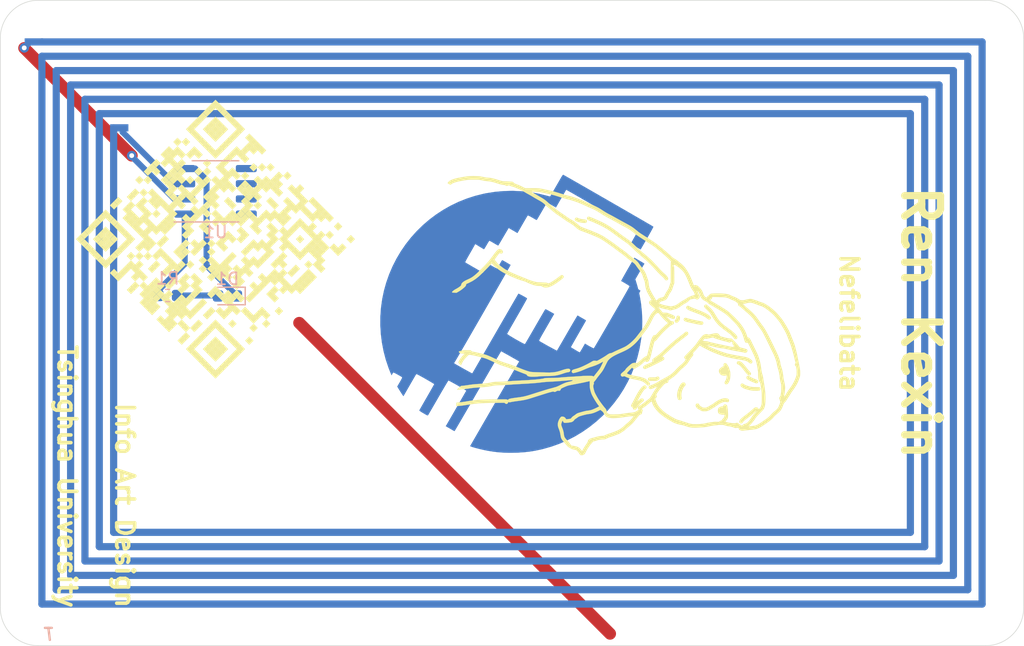
<source format=kicad_pcb>
(kicad_pcb (version 20171130) (host pcbnew "(5.1.9)-1")
  (layers (0 F.Cu signal) (31 B.Cu signal) (34 B.Paste user) (35 F.Paste user) (36 B.SilkS user) (37 F.SilkS user) (38 B.Mask user) (39 F.Mask user) (44 Edge.Cuts user))
  (net 0 "")
  (net 1 "Net-(AE1-Pad2)")
  (net 2 GND)
  (net 3 "Net-(D1-Pad2)")
  (net 4 +3V3)
  (net 5 "Net-(AE1-Pad1)")
  (net 6 "Net-(U1-Pad8)")
  (net 7 "Net-(U1-Pad7)")
  (net 8 "Net-(U1-Pad6)")
  (net 9 "Net-(U1-Pad5)")
  (module Avatars:3任可欣 (layer F.Cu) (at 150.44 73.01 270)
    (fp_text reference G*** hide)
    (fp_text value LOGO hide)
  )
  (module Card:FutureInteractionDisconnect (layer B.Cu) (at 142.8 73.01)
    (fp_text reference G*** hide)
    (fp_text value LOGO hide)
    (fp_poly (pts (xy 0.476798 10.843159) (xy 0.984689 10.811521) (xy 1.474558 10.756716) (xy 1.960792 10.677047) (xy 2.457777 10.570817) (xy 2.578206 10.541687) (xy 3.286119 10.341214) (xy 3.97344 10.095386) (xy 4.638474 9.805974) (xy 5.279524 9.474753) (xy 5.894894 9.103496) (xy 6.482888 8.693976) (xy 7.04181 8.247968) (xy 7.569964 7.767244) (xy 8.065655 7.253579) (xy 8.527185 6.708745) (xy 8.952859 6.134517) (xy 9.340981 5.532667) (xy 9.689855 4.90497) (xy 9.997785 4.253199) (xy 10.263075 3.579127) (xy 10.484028 2.884529) (xy 10.658949 2.171177) (xy 10.67963 2.0701) (xy 10.801638 1.330457) (xy 10.873378 0.58695) (xy 10.894846 -0.158117) (xy 10.866035 -0.902439) (xy 10.78694 -1.643714) (xy 10.690058 -2.219732) (xy 10.635958 -2.496365) (xy 10.687195 -2.601827) (xy 10.738433 -2.707288) (xy 10.642725 -2.76237) (xy 10.57361 -2.813266) (xy 10.538395 -2.874747) (xy 10.529264 -2.912089) (xy 10.51508 -2.972243) (xy 10.489173 -3.068151) (xy 10.455095 -3.187118) (xy 10.416403 -3.316451) (xy 10.412243 -3.330031) (xy 10.312976 -3.653336) (xy 10.692223 -4.309184) (xy 11.071471 -4.965031) (xy 10.964985 -5.030828) (xy 10.903142 -5.068253) (xy 10.809179 -5.124154) (xy 10.694928 -5.191533) (xy 10.57222 -5.263392) (xy 10.547784 -5.277639) (xy 10.237069 -5.458652) (xy 10.137689 -5.288376) (xy 9.967675 -4.996343) (xy 9.808924 -4.722203) (xy 9.66303 -4.468783) (xy 9.531585 -4.23891) (xy 9.416183 -4.03541) (xy 9.318418 -3.861108) (xy 9.239884 -3.718833) (xy 9.182173 -3.61141) (xy 9.146879 -3.541665) (xy 9.135596 -3.512425) (xy 9.136046 -3.511716) (xy 9.164063 -3.496979) (xy 9.227852 -3.461062) (xy 9.3194 -3.408548) (xy 9.430696 -3.344018) (xy 9.4996 -3.303792) (xy 9.637811 -3.221258) (xy 9.735593 -3.15862) (xy 9.797636 -3.112437) (xy 9.828633 -3.079266) (xy 9.834027 -3.058465) (xy 9.820177 -3.029499) (xy 9.782837 -2.960241) (xy 9.723931 -2.854025) (xy 9.645384 -2.714183) (xy 9.549119 -2.544049) (xy 9.437062 -2.346956) (xy 9.311138 -2.126238) (xy 9.173271 -1.885229) (xy 9.025385 -1.62726) (xy 8.869405 -1.355667) (xy 8.707256 -1.073782) (xy 8.540863 -0.784938) (xy 8.372149 -0.49247) (xy 8.20304 -0.199709) (xy 8.03546 0.090009) (xy 7.871334 0.373352) (xy 7.712586 0.646987) (xy 7.561141 0.907579) (xy 7.418924 1.151796) (xy 7.287859 1.376305) (xy 7.16987 1.577771) (xy 7.066883 1.752862) (xy 6.980822 1.898244) (xy 6.913611 2.010584) (xy 6.867176 2.086548) (xy 6.84344 2.122803) (xy 6.840974 2.125466) (xy 6.808278 2.117555) (xy 6.738414 2.0862) (xy 6.637449 2.034628) (xy 6.511448 1.966064) (xy 6.36648 1.883737) (xy 6.208612 1.790872) (xy 6.183242 1.77566) (xy 6.105384 1.728857) (xy 5.894063 2.096329) (xy 5.823088 2.218199) (xy 5.760368 2.322976) (xy 5.710386 2.403401) (xy 5.677625 2.452217) (xy 5.667121 2.463723) (xy 5.637825 2.451453) (xy 5.575043 2.418207) (xy 5.487566 2.36919) (xy 5.384183 2.309608) (xy 5.273686 2.244664) (xy 5.164865 2.179564) (xy 5.066509 2.119512) (xy 4.98741 2.069714) (xy 4.936358 2.035373) (xy 4.92158 2.02229) (xy 4.933833 1.99713) (xy 4.969152 1.932263) (xy 5.025133 1.83193) (xy 5.09937 1.700376) (xy 5.189458 1.541844) (xy 5.29299 1.360577) (xy 5.407561 1.160818) (xy 5.530766 0.946812) (xy 5.55997 0.896198) (xy 5.684526 0.680078) (xy 5.80079 0.477699) (xy 5.906391 0.293234) (xy 5.998957 0.130856) (xy 6.076116 -0.00526) (xy 6.135498 -0.110942) (xy 6.17473 -0.182016) (xy 6.191441 -0.214307) (xy 6.191837 -0.215823) (xy 6.169285 -0.229211) (xy 6.111795 -0.262713) (xy 6.028445 -0.311082) (xy 5.928313 -0.369071) (xy 5.820475 -0.43143) (xy 5.714011 -0.492914) (xy 5.617997 -0.548273) (xy 5.541511 -0.592261) (xy 5.493632 -0.61963) (xy 5.483312 -0.625412) (xy 5.468283 -0.605464) (xy 5.430101 -0.545036) (xy 5.370888 -0.447717) (xy 5.292762 -0.317094) (xy 5.197843 -0.156756) (xy 5.088252 0.029711) (xy 4.966108 0.238716) (xy 4.833532 0.466674) (xy 4.692643 0.709995) (xy 4.622009 0.832368) (xy 4.477601 1.082663) (xy 4.340473 1.320067) (xy 4.212756 1.540903) (xy 4.096585 1.741495) (xy 3.994093 1.918167) (xy 3.907414 2.067243) (xy 3.838682 2.185046) (xy 3.790029 2.267902) (xy 3.76359 2.312132) (xy 3.759448 2.318529) (xy 3.735327 2.310133) (xy 3.673365 2.28003) (xy 3.579841 2.231692) (xy 3.461036 2.168593) (xy 3.32323 2.094204) (xy 3.172702 2.011998) (xy 3.015732 1.925448) (xy 2.858599 1.838025) (xy 2.707584 1.753204) (xy 2.568966 1.674455) (xy 2.449025 1.605252) (xy 2.354041 1.549067) (xy 2.290293 1.509373) (xy 2.268843 1.494271) (xy 2.266979 1.47259) (xy 2.284275 1.423159) (xy 2.32229 1.342886) (xy 2.382584 1.228679) (xy 2.466716 1.07745) (xy 2.571794 0.893812) (xy 2.685372 0.697133) (xy 2.81263 0.476767) (xy 2.944466 0.248473) (xy 3.071782 0.028007) (xy 3.185479 -0.168875) (xy 3.215098 -0.220164) (xy 3.525594 -0.757828) (xy 3.167325 -0.963385) (xy 3.0277 -1.042281) (xy 2.925374 -1.096862) (xy 2.854557 -1.129721) (xy 2.809459 -1.14345) (xy 2.784291 -1.140642) (xy 2.779722 -1.13692) (xy 2.762251 -1.109847) (xy 2.721702 -1.042493) (xy 2.660279 -0.938641) (xy 2.580188 -0.802073) (xy 2.483633 -0.63657) (xy 2.372819 -0.445915) (xy 2.249951 -0.233888) (xy 2.117234 -0.004271) (xy 1.976872 0.239154) (xy 1.931765 0.3175) (xy 1.789487 0.564379) (xy 1.654156 0.798552) (xy 1.527975 1.016246) (xy 1.41315 1.21369) (xy 1.311885 1.387112) (xy 1.226383 1.53274) (xy 1.158849 1.646802) (xy 1.111487 1.725526) (xy 1.086501 1.76514) (xy 1.083621 1.768911) (xy 1.054992 1.764093) (xy 0.989356 1.736223) (xy 0.892961 1.688891) (xy 0.772051 1.625688) (xy 0.632874 1.550206) (xy 0.481675 1.466035) (xy 0.324701 1.376766) (xy 0.168198 1.285989) (xy 0.018412 1.197296) (xy -0.118411 1.114277) (xy -0.236023 1.040523) (xy -0.32818 0.979625) (xy -0.388635 0.935174) (xy -0.411141 0.91076) (xy -0.411087 0.909645) (xy -0.397314 0.882444) (xy -0.360221 0.815008) (xy -0.301931 0.711067) (xy -0.22457 0.574353) (xy -0.130263 0.408597) (xy -0.021134 0.217531) (xy 0.100691 0.004887) (xy 0.233087 -0.225605) (xy 0.37393 -0.470213) (xy 0.435504 -0.576974) (xy 0.578763 -0.825951) (xy 0.713878 -1.062143) (xy 0.838786 -1.281859) (xy 0.951428 -1.481408) (xy 1.049742 -1.657099) (xy 1.131668 -1.805241) (xy 1.195145 -1.922143) (xy 1.238112 -2.004114) (xy 1.258508 -2.047464) (xy 1.259813 -2.053333) (xy 1.230636 -2.078021) (xy 1.167549 -2.119077) (xy 1.07968 -2.171534) (xy 0.976157 -2.23043) (xy 0.866109 -2.290799) (xy 0.758664 -2.347679) (xy 0.66295 -2.396104) (xy 0.588097 -2.43111) (xy 0.543232 -2.447734) (xy 0.534867 -2.447568) (xy 0.520172 -2.423431) (xy 0.481517 -2.3577) (xy 0.420304 -2.252797) (xy 0.337934 -2.111144) (xy 0.235808 -1.935163) (xy 0.115329 -1.727276) (xy -0.022102 -1.489904) (xy -0.175083 -1.225471) (xy -0.342214 -0.936399) (xy -0.522091 -0.625108) (xy -0.713315 -0.294021) (xy -0.914482 0.054439) (xy -1.124192 0.417851) (xy -1.341043 0.793792) (xy -1.395948 0.889) (xy -1.614299 1.26758) (xy -1.825822 1.634169) (xy -2.02912 1.986351) (xy -2.222792 2.321708) (xy -2.405442 2.637825) (xy -2.575668 2.932284) (xy -2.732075 3.202668) (xy -2.873262 3.446561) (xy -2.99783 3.661546) (xy -3.104383 3.845206) (xy -3.19152 3.995124) (xy -3.257843 4.108884) (xy -3.301953 4.184069) (xy -3.322453 4.218262) (xy -3.323727 4.220125) (xy -3.347562 4.21091) (xy -3.409249 4.179884) (xy -3.502578 4.13052) (xy -3.62134 4.066293) (xy -3.759327 3.990676) (xy -3.910329 3.907143) (xy -4.068139 3.819169) (xy -4.226546 3.730228) (xy -4.379343 3.643793) (xy -4.520319 3.563339) (xy -4.643268 3.492339) (xy -4.741979 3.434268) (xy -4.810243 3.392599) (xy -4.841853 3.370808) (xy -4.842135 3.370533) (xy -4.838087 3.343162) (xy -4.810259 3.29385) (xy -4.80401 3.284947) (xy -4.780083 3.247421) (xy -4.733048 3.169482) (xy -4.664429 3.053775) (xy -4.575747 2.902948) (xy -4.468526 2.719647) (xy -4.344288 2.506516) (xy -4.204555 2.266204) (xy -4.05085 2.001354) (xy -3.884696 1.714615) (xy -3.707615 1.408631) (xy -3.52113 1.086049) (xy -3.326763 0.749515) (xy -3.126037 0.401675) (xy -2.920474 0.045176) (xy -2.711598 -0.317338) (xy -2.50093 -0.683219) (xy -2.289994 -1.049821) (xy -2.080311 -1.414499) (xy -1.873405 -1.774607) (xy -1.670798 -2.127497) (xy -1.474012 -2.470525) (xy -1.28457 -2.801044) (xy -1.103995 -3.116407) (xy -0.93381 -3.41397) (xy -0.775536 -3.691085) (xy -0.630696 -3.945107) (xy -0.500814 -4.173389) (xy -0.387411 -4.373286) (xy -0.29201 -4.542152) (xy -0.216134 -4.677339) (xy -0.161306 -4.776203) (xy -0.129047 -4.836097) (xy -0.12055 -4.854481) (xy -0.148094 -4.872927) (xy -0.20966 -4.910308) (xy -0.296 -4.96131) (xy -0.397867 -5.020616) (xy -0.506014 -5.08291) (xy -0.611194 -5.142878) (xy -0.70416 -5.195204) (xy -0.775665 -5.234572) (xy -0.816461 -5.255667) (xy -0.822178 -5.2578) (xy -0.838059 -5.236966) (xy -0.874508 -5.179447) (xy -0.926976 -5.092712) (xy -0.990913 -4.984229) (xy -1.032724 -4.912095) (xy -1.102552 -4.79303) (xy -1.165122 -4.690318) (xy -1.215493 -4.611763) (xy -1.248727 -4.565171) (xy -1.258171 -4.55588) (xy -1.288054 -4.564389) (xy -1.35364 -4.59469) (xy -1.446906 -4.642711) (xy -1.559832 -4.70438) (xy -1.637655 -4.748519) (xy -1.990869 -4.951668) (xy -2.149317 -4.679284) (xy -2.217631 -4.562121) (xy -2.283393 -4.449812) (xy -2.338709 -4.355815) (xy -2.373162 -4.297784) (xy -2.438558 -4.188668) (xy -2.546429 -4.262275) (xy -2.597072 -4.294445) (xy -2.684832 -4.3476) (xy -2.80268 -4.417593) (xy -2.943589 -4.500277) (xy -3.100528 -4.591503) (xy -3.2639 -4.68565) (xy -3.424814 -4.778382) (xy -3.572138 -4.864052) (xy -3.699845 -4.939097) (xy -3.80191 -4.999949) (xy -3.872307 -5.043043) (xy -3.90501 -5.064814) (xy -3.905734 -5.065449) (xy -3.910202 -5.082339) (xy -3.901796 -5.116628) (xy -3.878477 -5.17232) (xy -3.838203 -5.25342) (xy -3.778934 -5.363933) (xy -3.698629 -5.507865) (xy -3.595247 -5.68922) (xy -3.531084 -5.800695) (xy -3.432139 -5.972688) (xy -3.341858 -6.130582) (xy -3.263264 -6.269015) (xy -3.19938 -6.382622) (xy -3.153231 -6.466041) (xy -3.127838 -6.513907) (xy -3.123812 -6.523205) (xy -3.111402 -6.557575) (xy -3.100951 -6.57599) (xy -3.080344 -6.590961) (xy -3.043599 -6.583451) (xy -2.980525 -6.550329) (xy -2.942589 -6.52732) (xy -2.749686 -6.408294) (xy -2.597127 -6.315195) (xy -2.482465 -6.246571) (xy -2.403252 -6.200974) (xy -2.357039 -6.176953) (xy -2.343024 -6.1722) (xy -2.324092 -6.193152) (xy -2.285107 -6.251056) (xy -2.230736 -6.338485) (xy -2.165646 -6.448011) (xy -2.120011 -6.527164) (xy -2.050271 -6.647126) (xy -1.987949 -6.749842) (xy -1.937776 -6.827859) (xy -1.904486 -6.873724) (xy -1.894188 -6.882764) (xy -1.865233 -6.870804) (xy -1.800524 -6.837362) (xy -1.708056 -6.786776) (xy -1.595824 -6.723386) (xy -1.520929 -6.6802) (xy -1.401491 -6.611244) (xy -1.297982 -6.552313) (xy -1.218106 -6.507727) (xy -1.169566 -6.481804) (xy -1.158573 -6.477) (xy -1.141528 -6.497567) (xy -1.104805 -6.553403) (xy -1.053996 -6.635708) (xy -1.001138 -6.72465) (xy -0.943078 -6.823665) (xy -0.865712 -6.955218) (xy -0.775624 -7.108136) (xy -0.679395 -7.271248) (xy -0.583609 -7.433381) (xy -0.567759 -7.460184) (xy -0.279207 -7.948068) (xy 0.455887 -7.523734) (xy 0.866825 -8.238617) (xy 0.967402 -8.413009) (xy 1.060911 -8.574047) (xy 1.144103 -8.716219) (xy 1.213727 -8.834015) (xy 1.266536 -8.921926) (xy 1.299281 -8.974441) (xy 1.307807 -8.986519) (xy 1.327383 -8.994683) (xy 1.363309 -8.987875) (xy 1.421643 -8.963388) (xy 1.508445 -8.918513) (xy 1.629772 -8.850544) (xy 1.691276 -8.815157) (xy 1.811773 -8.746037) (xy 1.916721 -8.6869) (xy 1.998341 -8.642044) (xy 2.048855 -8.615768) (xy 2.061268 -8.610688) (xy 2.077453 -8.631871) (xy 2.115688 -8.692012) (xy 2.172874 -8.78593) (xy 2.245914 -8.908443) (xy 2.331708 -9.054371) (xy 2.427158 -9.218533) (xy 2.490374 -9.32815) (xy 2.590527 -9.502048) (xy 2.682946 -9.661936) (xy 2.764507 -9.802454) (xy 2.832086 -9.918243) (xy 2.88256 -10.003945) (xy 2.912803 -10.054199) (xy 2.919983 -10.065158) (xy 2.946486 -10.059565) (xy 3.009077 -10.031782) (xy 3.100194 -9.985601) (xy 3.212271 -9.924811) (xy 3.304985 -9.872229) (xy 3.672914 -9.659841) (xy 4.531862 -11.148983) (xy 4.647181 -11.084657) (xy 4.745495 -11.029327) (xy 4.878742 -10.953582) (xy 5.043824 -10.85922) (xy 5.237643 -10.74804) (xy 5.4571 -10.62184) (xy 5.699097 -10.482418) (xy 5.960536 -10.331574) (xy 6.238318 -10.171106) (xy 6.529346 -10.002811) (xy 6.830521 -9.82849) (xy 7.138744 -9.64994) (xy 7.450919 -9.468959) (xy 7.763945 -9.287347) (xy 8.074726 -9.106902) (xy 8.380163 -8.929423) (xy 8.677157 -8.756707) (xy 8.962611 -8.590554) (xy 9.233426 -8.432762) (xy 9.486504 -8.28513) (xy 9.718747 -8.149456) (xy 9.927056 -8.027539) (xy 10.108334 -7.921176) (xy 10.259481 -7.832168) (xy 10.377401 -7.762312) (xy 10.458993 -7.713406) (xy 10.501161 -7.68725) (xy 10.506485 -7.683316) (xy 10.497286 -7.654357) (xy 10.46572 -7.588192) (xy 10.415246 -7.49136) (xy 10.349323 -7.3704) (xy 10.271409 -7.231851) (xy 10.224413 -7.150028) (xy 10.141958 -7.005108) (xy 10.070332 -6.874558) (xy 10.012842 -6.7648) (xy 9.972795 -6.682257) (xy 9.9535 -6.63335) (xy 9.953021 -6.623018) (xy 9.980019 -6.604656) (xy 10.041235 -6.567003) (xy 10.128288 -6.514927) (xy 10.232797 -6.453294) (xy 10.346382 -6.386968) (xy 10.460661 -6.320818) (xy 10.567255 -6.259708) (xy 10.657782 -6.208505) (xy 10.723862 -6.172076) (xy 10.757113 -6.155285) (xy 10.759427 -6.154793) (xy 10.772426 -6.177069) (xy 10.808159 -6.238814) (xy 10.864001 -6.335479) (xy 10.937327 -6.462514) (xy 11.025512 -6.615372) (xy 11.12593 -6.789503) (xy 11.235957 -6.980358) (xy 11.302268 -7.095411) (xy 11.424496 -7.308908) (xy 11.534096 -7.503137) (xy 11.62898 -7.674229) (xy 11.707058 -7.818311) (xy 11.766244 -7.931512) (xy 11.804449 -8.009962) (xy 11.819584 -8.049789) (xy 11.819201 -8.053758) (xy 11.793341 -8.070444) (xy 11.726342 -8.110703) (xy 11.620964 -8.172945) (xy 11.479967 -8.255581) (xy 11.306114 -8.35702) (xy 11.102164 -8.475674) (xy 10.870878 -8.609951) (xy 10.615018 -8.758263) (xy 10.337343 -8.91902) (xy 10.040614 -9.090632) (xy 9.727593 -9.27151) (xy 9.40104 -9.460063) (xy 9.063716 -9.654702) (xy 8.718381 -9.853837) (xy 8.367797 -10.055878) (xy 8.014724 -10.259236) (xy 7.661922 -10.462322) (xy 7.312153 -10.663544) (xy 6.968178 -10.861314) (xy 6.632756 -11.054042) (xy 6.30865 -11.240138) (xy 5.998619 -11.418012) (xy 5.705424 -11.586075) (xy 5.431827 -11.742737) (xy 5.180587 -11.886409) (xy 4.954466 -12.015499) (xy 4.756225 -12.12842) (xy 4.588623 -12.22358) (xy 4.454423 -12.299391) (xy 4.356384 -12.354262) (xy 4.297268 -12.386604) (xy 4.279741 -12.3952) (xy 4.250856 -12.374613) (xy 4.20655 -12.320076) (xy 4.155381 -12.242424) (xy 4.144306 -12.22375) (xy 4.10714 -12.159655) (xy 4.048542 -12.058342) (xy 3.972437 -11.92661) (xy 3.882752 -11.771259) (xy 3.783412 -11.599088) (xy 3.678343 -11.416897) (xy 3.620006 -11.3157) (xy 3.518863 -11.140318) (xy 3.426042 -10.979555) (xy 3.344523 -10.838554) (xy 3.277283 -10.722459) (xy 3.227302 -10.636417) (xy 3.197559 -10.58557) (xy 3.190352 -10.573648) (xy 3.16546 -10.578053) (xy 3.100997 -10.593975) (xy 3.006248 -10.619014) (xy 2.890498 -10.650768) (xy 2.868982 -10.656778) (xy 2.179465 -10.824098) (xy 1.473229 -10.945348) (xy 0.755268 -11.020388) (xy 0.030576 -11.049075) (xy -0.695852 -11.031266) (xy -1.419022 -10.966818) (xy -2.13394 -10.85559) (xy -2.377149 -10.806469) (xy -3.091019 -10.628093) (xy -3.78564 -10.403717) (xy -4.459279 -10.135027) (xy -5.110204 -9.823706) (xy -5.73668 -9.47144) (xy -6.336975 -9.079914) (xy -6.909355 -8.650813) (xy -7.452089 -8.185823) (xy -7.963441 -7.686626) (xy -8.44168 -7.15491) (xy -8.885073 -6.592358) (xy -9.291885 -6.000657) (xy -9.660384 -5.381489) (xy -9.988838 -4.736542) (xy -10.275512 -4.067499) (xy -10.518674 -3.376045) (xy -10.705417 -2.709609) (xy -10.855206 -1.996713) (xy -10.956265 -1.273971) (xy -11.008864 -0.544935) (xy -11.013276 0.186843) (xy -10.96977 0.917811) (xy -10.878618 1.644416) (xy -10.740092 2.363108) (xy -10.554461 3.070334) (xy -10.321997 3.762541) (xy -10.185078 4.109643) (xy -10.07652 4.371185) (xy -10.014684 4.26232) (xy -9.973392 4.195385) (xy -9.938334 4.148296) (xy -9.926474 4.137155) (xy -9.897913 4.144185) (xy -9.834872 4.172127) (xy -9.746552 4.215965) (xy -9.642155 4.270678) (xy -9.530883 4.331248) (xy -9.421938 4.392656) (xy -9.324521 4.449883) (xy -9.247835 4.497909) (xy -9.201081 4.531717) (xy -9.198038 4.534467) (xy -9.188641 4.552931) (xy -9.192238 4.584273) (xy -9.211619 4.634749) (xy -9.249572 4.710616) (xy -9.30889 4.818128) (xy -9.379424 4.941202) (xy -9.595673 5.315065) (xy -9.542201 5.407083) (xy -9.495868 5.484434) (xy -9.433425 5.585479) (xy -9.362038 5.698978) (xy -9.288871 5.813695) (xy -9.22109 5.918392) (xy -9.16586 6.001832) (xy -9.1313 6.051501) (xy -9.0805 6.119745) (xy -8.560943 5.216605) (xy -8.447866 5.020317) (xy -8.341986 4.837045) (xy -8.246126 4.671634) (xy -8.163107 4.52893) (xy -8.09575 4.41378) (xy -8.046879 4.33103) (xy -8.019314 4.285524) (xy -8.014843 4.27878) (xy -7.999627 4.273543) (xy -7.967701 4.280546) (xy -7.915107 4.30179) (xy -7.837885 4.339275) (xy -7.732077 4.395003) (xy -7.593726 4.470975) (xy -7.418872 4.569192) (xy -7.24535 4.667806) (xy -7.069041 4.768995) (xy -6.907678 4.862832) (xy -6.766374 4.946249) (xy -6.650242 5.016177) (xy -6.564394 5.069546) (xy -6.513942 5.103289) (xy -6.5024 5.113779) (xy -6.514744 5.139551) (xy -6.550146 5.204943) (xy -6.606162 5.305639) (xy -6.68035 5.437321) (xy -6.770267 5.595674) (xy -6.873469 5.776382) (xy -6.987512 5.975129) (xy -7.109955 6.187599) (xy -7.124863 6.213408) (xy -7.248334 6.427429) (xy -7.363912 6.628381) (xy -7.469126 6.811922) (xy -7.561504 6.973712) (xy -7.638573 7.109408) (xy -7.697861 7.214669) (xy -7.736897 7.285154) (xy -7.753209 7.316522) (xy -7.753513 7.317416) (xy -7.734805 7.33856) (xy -7.679116 7.379844) (xy -7.593686 7.436403) (xy -7.485756 7.503373) (xy -7.407105 7.550102) (xy -7.273259 7.627504) (xy -7.176164 7.68116) (xy -7.109295 7.713926) (xy -7.066124 7.728655) (xy -7.040125 7.728203) (xy -7.025798 7.716885) (xy -7.008417 7.68856) (xy -6.967898 7.620001) (xy -6.906444 7.515003) (xy -6.826258 7.377358) (xy -6.729543 7.210863) (xy -6.618502 7.01931) (xy -6.495339 6.806494) (xy -6.362256 6.576208) (xy -6.221456 6.332248) (xy -6.17358 6.249223) (xy -6.030885 6.002351) (xy -5.895079 5.768628) (xy -5.768362 5.551761) (xy -5.652934 5.355458) (xy -5.550995 5.183424) (xy -5.464744 5.039367) (xy -5.396382 4.926994) (xy -5.348109 4.850011) (xy -5.322124 4.812126) (xy -5.31873 4.8088) (xy -5.291092 4.818252) (xy -5.22652 4.849717) (xy -5.131197 4.899669) (xy -5.011306 4.964584) (xy -4.873028 5.040937) (xy -4.722548 5.125203) (xy -4.566048 5.213858) (xy -4.40971 5.303377) (xy -4.259718 5.390236) (xy -4.122254 5.470909) (xy -4.0035 5.541872) (xy -3.90964 5.599601) (xy -3.846857 5.64057) (xy -3.821332 5.661255) (xy -3.821163 5.662539) (xy -3.834986 5.686479) (xy -3.872027 5.750678) (xy -3.930125 5.851386) (xy -4.007118 5.984856) (xy -4.100845 6.147341) (xy -4.209143 6.335093) (xy -4.329851 6.544364) (xy -4.460806 6.771406) (xy -4.599848 7.012472) (xy -4.635278 7.0739) (xy -4.777342 7.320144) (xy -4.912933 7.555043) (xy -5.039747 7.774611) (xy -5.155478 7.974864) (xy -5.257823 8.151818) (xy -5.344476 8.301489) (xy -5.413132 8.419891) (xy -5.461488 8.503041) (xy -5.487237 8.546954) (xy -5.489459 8.550657) (xy -5.537891 8.630414) (xy -5.183336 8.836407) (xy -5.062378 8.905981) (xy -4.95657 8.965514) (xy -4.873764 9.010693) (xy -4.821815 9.037205) (xy -4.808341 9.042384) (xy -4.793541 9.02077) (xy -4.754785 8.957527) (xy -4.693468 8.855046) (xy -4.610985 8.715719) (xy -4.508733 8.54194) (xy -4.388107 8.3361) (xy -4.250502 8.100592) (xy -4.097313 7.837807) (xy -3.929938 7.550139) (xy -3.74977 7.239978) (xy -3.558205 6.909718) (xy -3.35664 6.56175) (xy -3.146469 6.198467) (xy -2.929089 5.822261) (xy -2.859819 5.702284) (xy -2.640444 5.322512) (xy -2.427811 4.954916) (xy -2.223316 4.601889) (xy -2.028357 4.265822) (xy -1.844333 3.949108) (xy -1.67264 3.65414) (xy -1.514676 3.38331) (xy -1.371838 3.139011) (xy -1.245525 2.923634) (xy -1.137133 2.739574) (xy -1.048061 2.589221) (xy -0.979706 2.474969) (xy -0.933465 2.39921) (xy -0.910737 2.364336) (xy -0.908677 2.3622) (xy -0.883983 2.374197) (xy -0.821417 2.407837) (xy -0.727235 2.459595) (xy -0.607691 2.525945) (xy -0.469041 2.603361) (xy -0.317539 2.688318) (xy -0.159441 2.77729) (xy -0.001002 2.866752) (xy 0.151523 2.953178) (xy 0.291879 3.033042) (xy 0.413811 3.102819) (xy 0.511064 3.158982) (xy 0.577382 3.198008) (xy 0.605815 3.21583) (xy 0.597824 3.238062) (xy 0.567109 3.28585) (xy 0.55202 3.306682) (xy 0.533848 3.33594) (xy 0.491753 3.406662) (xy 0.427202 3.516313) (xy 0.341664 3.662358) (xy 0.236609 3.842263) (xy 0.113506 4.053493) (xy -0.026177 4.293515) (xy -0.180972 4.559792) (xy -0.349408 4.849792) (xy -0.530017 5.160979) (xy -0.72133 5.490818) (xy -0.921879 5.836776) (xy -1.130194 6.196318) (xy -1.344806 6.566908) (xy -1.564248 6.946013) (xy -1.787048 7.331099) (xy -2.01174 7.71963) (xy -2.236854 8.109072) (xy -2.46092 8.49689) (xy -2.682471 8.880551) (xy -2.900037 9.257518) (xy -3.112149 9.625259) (xy -3.317339 9.981238) (xy -3.496308 10.291954) (xy -3.479985 10.309903) (xy -3.420145 10.336587) (xy -3.323004 10.370372) (xy -3.194775 10.409626) (xy -3.041674 10.452715) (xy -2.869914 10.498006) (xy -2.685711 10.543866) (xy -2.495278 10.588661) (xy -2.30483 10.63076) (xy -2.120582 10.668528) (xy -1.948748 10.700332) (xy -1.9304 10.703476) (xy -1.598835 10.755753) (xy -1.288473 10.795474) (xy -0.984184 10.823852) (xy -0.670839 10.842104) (xy -0.333305 10.851442) (xy -0.0635 10.853328) (xy 0.476798 10.843159)) (layer B.Cu) (width 0.01))
  )
  (module Card:interact.cool (layer F.Cu) (at 118 66 45)
    (fp_text reference QR hide)
    (fp_text value https://interact.cool/ hide)
  )
  (module Card:NFC-Antenna_6_79.24x47.62_0.6x0.6mm (layer B.Cu) (at 142.8 73.01)
    (fp_text reference AE1 hide)
    (fp_text value Antenna_Loop)
    (fp_line (start -39.32 -23.51) (end 39.32 -23.51) (layer B.Cu) (width 0.6))
    (fp_line (start 39.32 -23.51) (end 39.32 23.51) (layer B.Cu) (width 0.6))
    (fp_line (start 39.32 23.51) (end -39.32 23.51) (layer B.Cu) (width 0.6))
    (fp_line (start -39.32 23.51) (end -39.32 -22.31) (layer B.Cu) (width 0.6))
    (fp_line (start -39.32 -22.31) (end 38.12 -22.31) (layer B.Cu) (width 0.6))
    (fp_line (start 38.12 -22.31) (end 38.12 22.31) (layer B.Cu) (width 0.6))
    (fp_line (start 38.12 22.31) (end -38.12 22.31) (layer B.Cu) (width 0.6))
    (fp_line (start -38.12 22.31) (end -38.12 -21.11) (layer B.Cu) (width 0.6))
    (fp_line (start -38.12 -21.11) (end 36.92 -21.11) (layer B.Cu) (width 0.6))
    (fp_line (start 36.92 -21.11) (end 36.92 21.11) (layer B.Cu) (width 0.6))
    (fp_line (start 36.92 21.11) (end -36.92 21.11) (layer B.Cu) (width 0.6))
    (fp_line (start -36.92 21.11) (end -36.92 -19.91) (layer B.Cu) (width 0.6))
    (fp_line (start -36.92 -19.91) (end 35.72 -19.91) (layer B.Cu) (width 0.6))
    (fp_line (start 35.72 -19.91) (end 35.72 19.91) (layer B.Cu) (width 0.6))
    (fp_line (start 35.72 19.91) (end -35.72 19.91) (layer B.Cu) (width 0.6))
    (fp_line (start -35.72 19.91) (end -35.72 -18.71) (layer B.Cu) (width 0.6))
    (fp_line (start -35.72 -18.71) (end 34.52 -18.71) (layer B.Cu) (width 0.6))
    (fp_line (start 34.52 -18.71) (end 34.52 18.71) (layer B.Cu) (width 0.6))
    (fp_line (start 34.52 18.71) (end -34.52 18.71) (layer B.Cu) (width 0.6))
    (fp_line (start -34.52 18.71) (end -34.52 -17.51) (layer B.Cu) (width 0.6))
    (fp_line (start -34.52 -17.51) (end 33.32 -17.51) (layer B.Cu) (width 0.6))
    (fp_line (start 33.32 -17.51) (end 33.32 17.51) (layer B.Cu) (width 0.6))
    (fp_line (start 33.32 17.51) (end -33.32 17.51) (layer B.Cu) (width 0.6))
    (fp_line (start -33.32 17.51) (end -33.32 -16.31) (layer B.Cu) (width 0.6))
    (pad 2 smd rect (at -40 -23.51) (size 1.524 0.6) (layers B.Cu) (net 1 "Net-(AE1-Pad2)"))
    (pad 1 smd rect (at -32.85 -16.325) (size 1.524 0.6) (layers B.Cu) (net 5 "Net-(AE1-Pad1)"))
  )
  (module Package_SO:SO-8_3.9x4.9mm_P1.27mm (layer B.Cu) (at 118 62)
    (fp_text reference U1 (at 0 3.4) (layer B.SilkS) (effects (justify mirror)))
    (fp_text value M24LR04E-R)
    (pad 8 smd roundrect (at 2.575 1.905) (size 1.75 0.6) (layers B.Cu B.Paste B.Mask) (net 6 "Net-(U1-Pad8)"))
    (pad 7 smd roundrect (at 2.575 0.635) (size 1.75 0.6) (layers B.Cu B.Paste B.Mask) (net 7 "Net-(U1-Pad7)"))
    (pad 6 smd roundrect (at 2.575 -0.635) (size 1.75 0.6) (layers B.Cu B.Paste B.Mask) (net 8 "Net-(U1-Pad6)"))
    (pad 5 smd roundrect (at 2.575 -1.905) (size 1.75 0.6) (layers B.Cu B.Paste B.Mask) (net 9 "Net-(U1-Pad5)"))
    (pad 4 smd roundrect (at -2.575 -1.905) (size 1.75 0.6) (layers B.Cu B.Paste B.Mask) (net 2 GND))
    (pad 3 smd roundrect (at -2.575 -0.635) (size 1.75 0.6) (layers B.Cu B.Paste B.Mask) (net 5 "Net-(AE1-Pad1)"))
    (pad 2 smd roundrect (at -2.575 0.635) (size 1.75 0.6) (layers B.Cu B.Paste B.Mask) (net 1 "Net-(AE1-Pad2)"))
    (pad 1 smd roundrect (at -2.575 1.905) (size 1.75 0.6) (layers B.Cu B.Paste B.Mask) (net 4 +3V3))
  )
  (module Resistor_SMD:R_0603_1608Metric (layer B.Cu) (at 114 70.71 180)
    (fp_text reference R1 (at 0 1.43) (layer B.SilkS) (effects (justify mirror)))
    (fp_text value R)
    (pad 2 smd roundrect (at 0.7875 0 180) (size 0.875 0.95) (layers B.Cu B.Paste B.Mask) (net 4 +3V3))
    (pad 1 smd roundrect (at -0.7875 0 180) (size 0.875 0.95) (layers B.Cu B.Paste B.Mask) (net 3 "Net-(D1-Pad2)"))
  )
  (module LED_SMD:LED_0603_1608Metric (layer B.Cu) (at 119 70.75 180)
    (fp_text reference D1 (at 0 1.43) (layer B.SilkS) (effects (justify mirror)))
    (fp_text value LED)
    (pad 2 smd roundrect (at 0.7875 0 180) (size 0.875 0.95) (layers B.Cu B.Paste B.Mask) (net 3 "Net-(D1-Pad2)"))
    (pad 1 smd roundrect (at -0.7875 0 180) (size 0.875 0.95) (layers B.Cu B.Paste B.Mask) (net 2 GND))
  )
  (gr_text T (at 104.14 99.06) (layer B.SilkS) (effects (font (size 1 1) (thickness 0.2) italic) (justify mirror)))
  (gr_text "Info Art Design\n\nTsinghua University" (at 108 97 270) (layer F.SilkS) (effects (font (size 1.5 1.5) (thickness 0.3)) (justify right)))
  (gr_text Nefelibata (at 171 73 -90) (layer F.SilkS) (effects (font (size 1.5 1.5) (thickness 0.3))))
  (gr_text "Ren Kexin" (at 177 73 -90) (layer F.SilkS) (effects (font (size 3 3) (thickness 0.6))))
  (gr_line (start 103.18 100) (end 182.42 100) (layer Edge.Cuts) (width 0.05))
  (gr_line (start 185.6 49.2) (end 185.6 96.82) (layer Edge.Cuts) (width 0.05))
  (gr_line (start 100 49.2) (end 100 96.82) (layer Edge.Cuts) (width 0.05))
  (gr_line (start 103.18 46.02) (end 182.42 46.02) (layer Edge.Cuts) (width 0.05))
  (gr_arc (start 103.18 49.2) (end 103.18 46.02) (angle -90) (layer Edge.Cuts) (width 0.05))
  (gr_arc (start 182.42 49.2) (end 185.6 49.2) (angle -90) (layer Edge.Cuts) (width 0.05))
  (gr_arc (start 103.18 96.82) (end 100 96.82) (angle -90) (layer Edge.Cuts) (width 0.05))
  (gr_arc (start 182.42 96.82) (end 182.42 100) (angle -90) (layer Edge.Cuts) (width 0.05))
  (segment (start 125 73) (end 151 99) (width 1) (layer F.Cu) (net 0))
  (via (at 110.991459 59.008541) (size 0.8) (drill 0.4) (layers F.Cu B.Cu) (net 1))
  (segment (start 110.991459 59.076459) (end 110.991459 59.008541) (width 0.5) (layer B.Cu) (net 1))
  (segment (start 115.425 62.635) (end 114.55 62.635) (width 0.5) (layer B.Cu) (net 1))
  (segment (start 114.55 62.635) (end 110.991459 59.076459) (width 0.5) (layer B.Cu) (net 1))
  (via (at 102 50) (size 0.8) (drill 0.4) (layers F.Cu B.Cu) (net 1))
  (segment (start 110.991459 59.008541) (end 102 50.017082) (width 1) (layer F.Cu) (net 1))
  (segment (start 102 50.017082) (end 102 50) (width 0.5) (layer F.Cu) (net 1))
  (segment (start 102.5 49.5) (end 102.72999 49.5) (width 0.5) (layer B.Cu) (net 1))
  (segment (start 102 50) (end 102.5 49.5) (width 0.5) (layer B.Cu) (net 1))
  (segment (start 116.3 60.095) (end 117.25 61.045) (width 0.5) (layer B.Cu) (net 2))
  (segment (start 115.425 60.095) (end 116.3 60.095) (width 0.5) (layer B.Cu) (net 2))
  (segment (start 117.25 68.2125) (end 119.7875 70.75) (width 0.5) (layer B.Cu) (net 2))
  (segment (start 117.25 61.045) (end 117.25 68.2125) (width 0.5) (layer B.Cu) (net 2))
  (segment (start 118.1725 70.71) (end 118.2125 70.75) (width 0.5) (layer B.Cu) (net 3))
  (segment (start 114.7875 70.71) (end 118.1725 70.71) (width 0.5) (layer B.Cu) (net 3))
  (segment (start 115.425 63.905) (end 115.425 68.075) (width 0.5) (layer B.Cu) (net 4))
  (segment (start 113.2125 70.2875) (end 113.2125 70.71) (width 0.5) (layer B.Cu) (net 4))
  (segment (start 115.425 68.075) (end 113.2125 70.2875) (width 0.5) (layer B.Cu) (net 4))
  (segment (start 110.23001 57.04501) (end 110.23001 56.685) (width 0.5) (layer B.Cu) (net 5))
  (segment (start 115.425 61.365) (end 114.55 61.365) (width 0.5) (layer B.Cu) (net 5))
  (segment (start 114.55 61.365) (end 110.23001 57.04501) (width 0.5) (layer B.Cu) (net 5))
)
</source>
